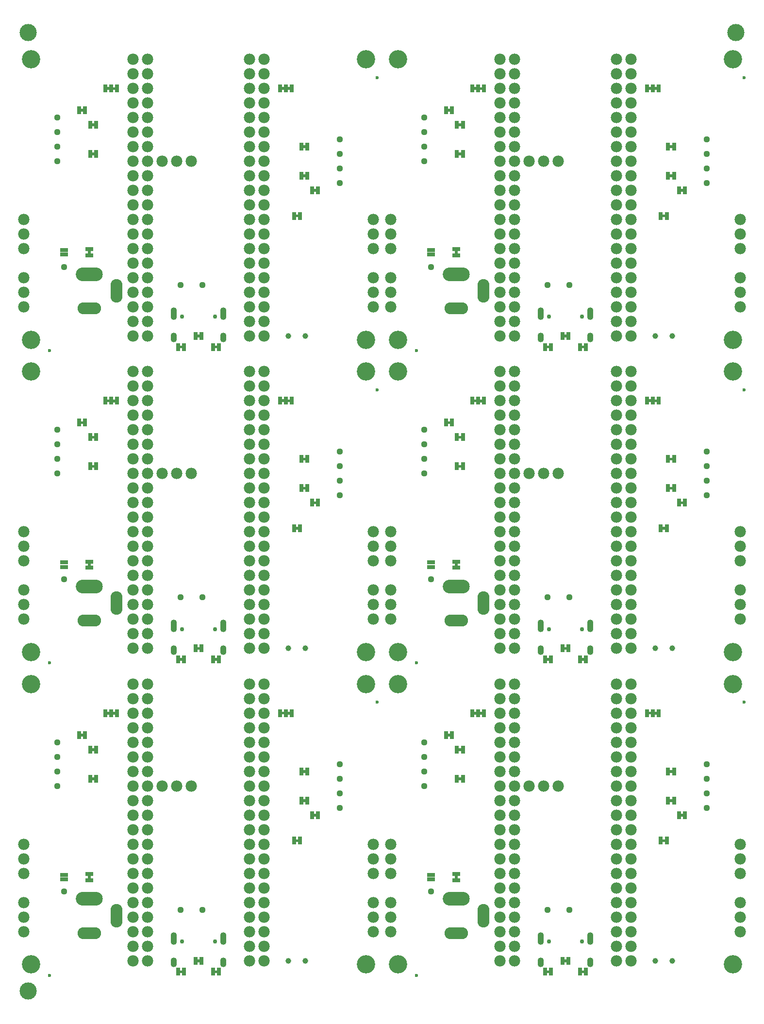
<source format=gbs>
%TF.GenerationSoftware,KiCad,Pcbnew,8.0.5*%
%TF.CreationDate,2024-12-18T16:51:18-07:00*%
%TF.ProjectId,SparkFun_XRP_Controller_panelized,53706172-6b46-4756-9e5f-5852505f436f,v20*%
%TF.SameCoordinates,Original*%
%TF.FileFunction,Soldermask,Bot*%
%TF.FilePolarity,Negative*%
%FSLAX46Y46*%
G04 Gerber Fmt 4.6, Leading zero omitted, Abs format (unit mm)*
G04 Created by KiCad (PCBNEW 8.0.5) date 2024-12-18 16:51:18*
%MOMM*%
%LPD*%
G01*
G04 APERTURE LIST*
G04 Aperture macros list*
%AMRoundRect*
0 Rectangle with rounded corners*
0 $1 Rounding radius*
0 $2 $3 $4 $5 $6 $7 $8 $9 X,Y pos of 4 corners*
0 Add a 4 corners polygon primitive as box body*
4,1,4,$2,$3,$4,$5,$6,$7,$8,$9,$2,$3,0*
0 Add four circle primitives for the rounded corners*
1,1,$1+$1,$2,$3*
1,1,$1+$1,$4,$5*
1,1,$1+$1,$6,$7*
1,1,$1+$1,$8,$9*
0 Add four rect primitives between the rounded corners*
20,1,$1+$1,$2,$3,$4,$5,0*
20,1,$1+$1,$4,$5,$6,$7,0*
20,1,$1+$1,$6,$7,$8,$9,0*
20,1,$1+$1,$8,$9,$2,$3,0*%
G04 Aperture macros list end*
%ADD10C,0.000000*%
%ADD11O,4.100000X2.100000*%
%ADD12O,2.100000X4.100000*%
%ADD13O,4.700000X2.400000*%
%ADD14C,3.200000*%
%ADD15C,1.000000*%
%ADD16C,1.979600*%
%ADD17C,0.750000*%
%ADD18O,1.100000X1.700000*%
%ADD19O,1.100000X2.200000*%
%ADD20C,0.600000*%
%ADD21RoundRect,0.558000X0.000010X0.000010X-0.000010X0.000010X-0.000010X-0.000010X0.000010X-0.000010X0*%
%ADD22RoundRect,0.050000X0.330200X0.635000X-0.330200X0.635000X-0.330200X-0.635000X0.330200X-0.635000X0*%
%ADD23RoundRect,0.050000X-0.330200X-0.635000X0.330200X-0.635000X0.330200X0.635000X-0.330200X0.635000X0*%
%ADD24C,3.000000*%
%ADD25RoundRect,0.050000X0.635000X-0.317500X0.635000X0.317500X-0.635000X0.317500X-0.635000X-0.317500X0*%
%ADD26RoundRect,0.050000X0.635000X-0.330200X0.635000X0.330200X-0.635000X0.330200X-0.635000X-0.330200X0*%
G04 APERTURE END LIST*
D10*
%TO.C,JP12*%
G36*
X50419000Y30874500D02*
G01*
X49911000Y30874500D01*
X49911000Y31355500D01*
X50419000Y31355500D01*
X50419000Y30874500D01*
G37*
G36*
X114419000Y30874500D02*
G01*
X113911000Y30874500D01*
X113911000Y31355500D01*
X114419000Y31355500D01*
X114419000Y30874500D01*
G37*
G36*
X114419000Y85349500D02*
G01*
X113911000Y85349500D01*
X113911000Y85830500D01*
X114419000Y85830500D01*
X114419000Y85349500D01*
G37*
G36*
X114419000Y139824500D02*
G01*
X113911000Y139824500D01*
X113911000Y140305500D01*
X114419000Y140305500D01*
X114419000Y139824500D01*
G37*
G36*
X50419000Y139824500D02*
G01*
X49911000Y139824500D01*
X49911000Y140305500D01*
X50419000Y140305500D01*
X50419000Y139824500D01*
G37*
G36*
X50419000Y85349500D02*
G01*
X49911000Y85349500D01*
X49911000Y85830500D01*
X50419000Y85830500D01*
X50419000Y85349500D01*
G37*
%TO.C,JP10*%
G36*
X13589000Y39764500D02*
G01*
X13081000Y39764500D01*
X13081000Y40245500D01*
X13589000Y40245500D01*
X13589000Y39764500D01*
G37*
G36*
X77589000Y39764500D02*
G01*
X77081000Y39764500D01*
X77081000Y40245500D01*
X77589000Y40245500D01*
X77589000Y39764500D01*
G37*
G36*
X13589000Y94239500D02*
G01*
X13081000Y94239500D01*
X13081000Y94720500D01*
X13589000Y94720500D01*
X13589000Y94239500D01*
G37*
G36*
X13589000Y148714500D02*
G01*
X13081000Y148714500D01*
X13081000Y149195500D01*
X13589000Y149195500D01*
X13589000Y148714500D01*
G37*
G36*
X77589000Y94239500D02*
G01*
X77081000Y94239500D01*
X77081000Y94720500D01*
X77589000Y94720500D01*
X77589000Y94239500D01*
G37*
G36*
X77589000Y148714500D02*
G01*
X77081000Y148714500D01*
X77081000Y149195500D01*
X77589000Y149195500D01*
X77589000Y148714500D01*
G37*
%TO.C,JP6*%
G36*
X46732000Y46137500D02*
G01*
X46224000Y46137500D01*
X46224000Y46618500D01*
X46732000Y46618500D01*
X46732000Y46137500D01*
G37*
G36*
X47764700Y46114500D02*
G01*
X47256700Y46114500D01*
X47256700Y46595500D01*
X47764700Y46595500D01*
X47764700Y46114500D01*
G37*
G36*
X110732000Y100612500D02*
G01*
X110224000Y100612500D01*
X110224000Y101093500D01*
X110732000Y101093500D01*
X110732000Y100612500D01*
G37*
G36*
X111764700Y100589500D02*
G01*
X111256700Y100589500D01*
X111256700Y101070500D01*
X111764700Y101070500D01*
X111764700Y100589500D01*
G37*
G36*
X46732000Y155087500D02*
G01*
X46224000Y155087500D01*
X46224000Y155568500D01*
X46732000Y155568500D01*
X46732000Y155087500D01*
G37*
G36*
X47764700Y155064500D02*
G01*
X47256700Y155064500D01*
X47256700Y155545500D01*
X47764700Y155545500D01*
X47764700Y155064500D01*
G37*
G36*
X46732000Y100612500D02*
G01*
X46224000Y100612500D01*
X46224000Y101093500D01*
X46732000Y101093500D01*
X46732000Y100612500D01*
G37*
G36*
X47764700Y100589500D02*
G01*
X47256700Y100589500D01*
X47256700Y101070500D01*
X47764700Y101070500D01*
X47764700Y100589500D01*
G37*
G36*
X110732000Y46137500D02*
G01*
X110224000Y46137500D01*
X110224000Y46618500D01*
X110732000Y46618500D01*
X110732000Y46137500D01*
G37*
G36*
X111764700Y46114500D02*
G01*
X111256700Y46114500D01*
X111256700Y46595500D01*
X111764700Y46595500D01*
X111764700Y46114500D01*
G37*
G36*
X110732000Y155087500D02*
G01*
X110224000Y155087500D01*
X110224000Y155568500D01*
X110732000Y155568500D01*
X110732000Y155087500D01*
G37*
G36*
X111764700Y155064500D02*
G01*
X111256700Y155064500D01*
X111256700Y155545500D01*
X111764700Y155545500D01*
X111764700Y155064500D01*
G37*
%TO.C,JP2*%
G36*
X35052000Y1029500D02*
G01*
X34544000Y1029500D01*
X34544000Y1510500D01*
X35052000Y1510500D01*
X35052000Y1029500D01*
G37*
G36*
X99052000Y1029500D02*
G01*
X98544000Y1029500D01*
X98544000Y1510500D01*
X99052000Y1510500D01*
X99052000Y1029500D01*
G37*
G36*
X35052000Y109979500D02*
G01*
X34544000Y109979500D01*
X34544000Y110460500D01*
X35052000Y110460500D01*
X35052000Y109979500D01*
G37*
G36*
X99052000Y55504500D02*
G01*
X98544000Y55504500D01*
X98544000Y55985500D01*
X99052000Y55985500D01*
X99052000Y55504500D01*
G37*
G36*
X99052000Y109979500D02*
G01*
X98544000Y109979500D01*
X98544000Y110460500D01*
X99052000Y110460500D01*
X99052000Y109979500D01*
G37*
G36*
X35052000Y55504500D02*
G01*
X34544000Y55504500D01*
X34544000Y55985500D01*
X35052000Y55985500D01*
X35052000Y55504500D01*
G37*
%TO.C,JP8*%
G36*
X11684000Y42304500D02*
G01*
X11176000Y42304500D01*
X11176000Y42785500D01*
X11684000Y42785500D01*
X11684000Y42304500D01*
G37*
G36*
X75684000Y151254500D02*
G01*
X75176000Y151254500D01*
X75176000Y151735500D01*
X75684000Y151735500D01*
X75684000Y151254500D01*
G37*
G36*
X11684000Y96779500D02*
G01*
X11176000Y96779500D01*
X11176000Y97260500D01*
X11684000Y97260500D01*
X11684000Y96779500D01*
G37*
G36*
X75684000Y96779500D02*
G01*
X75176000Y96779500D01*
X75176000Y97260500D01*
X75684000Y97260500D01*
X75684000Y96779500D01*
G37*
G36*
X11684000Y151254500D02*
G01*
X11176000Y151254500D01*
X11176000Y151735500D01*
X11684000Y151735500D01*
X11684000Y151254500D01*
G37*
G36*
X75684000Y42304500D02*
G01*
X75176000Y42304500D01*
X75176000Y42785500D01*
X75684000Y42785500D01*
X75684000Y42304500D01*
G37*
%TO.C,JP4*%
G36*
X49149000Y23889500D02*
G01*
X48641000Y23889500D01*
X48641000Y24370500D01*
X49149000Y24370500D01*
X49149000Y23889500D01*
G37*
G36*
X49149000Y78364500D02*
G01*
X48641000Y78364500D01*
X48641000Y78845500D01*
X49149000Y78845500D01*
X49149000Y78364500D01*
G37*
G36*
X49149000Y132839500D02*
G01*
X48641000Y132839500D01*
X48641000Y133320500D01*
X49149000Y133320500D01*
X49149000Y132839500D01*
G37*
G36*
X113149000Y23889500D02*
G01*
X112641000Y23889500D01*
X112641000Y24370500D01*
X113149000Y24370500D01*
X113149000Y23889500D01*
G37*
G36*
X113149000Y78364500D02*
G01*
X112641000Y78364500D01*
X112641000Y78845500D01*
X113149000Y78845500D01*
X113149000Y78364500D01*
G37*
G36*
X113149000Y132839500D02*
G01*
X112641000Y132839500D01*
X112641000Y133320500D01*
X113149000Y133320500D01*
X113149000Y132839500D01*
G37*
%TO.C,JP1*%
G36*
X28956000Y1029500D02*
G01*
X28448000Y1029500D01*
X28448000Y1510500D01*
X28956000Y1510500D01*
X28956000Y1029500D01*
G37*
G36*
X92956000Y1029500D02*
G01*
X92448000Y1029500D01*
X92448000Y1510500D01*
X92956000Y1510500D01*
X92956000Y1029500D01*
G37*
G36*
X28956000Y55504500D02*
G01*
X28448000Y55504500D01*
X28448000Y55985500D01*
X28956000Y55985500D01*
X28956000Y55504500D01*
G37*
G36*
X92956000Y55504500D02*
G01*
X92448000Y55504500D01*
X92448000Y55985500D01*
X92956000Y55985500D01*
X92956000Y55504500D01*
G37*
G36*
X28956000Y109979500D02*
G01*
X28448000Y109979500D01*
X28448000Y110460500D01*
X28956000Y110460500D01*
X28956000Y109979500D01*
G37*
G36*
X92956000Y109979500D02*
G01*
X92448000Y109979500D01*
X92448000Y110460500D01*
X92956000Y110460500D01*
X92956000Y109979500D01*
G37*
%TO.C,JP13*%
G36*
X50419000Y35954500D02*
G01*
X49911000Y35954500D01*
X49911000Y36435500D01*
X50419000Y36435500D01*
X50419000Y35954500D01*
G37*
G36*
X50419000Y144904500D02*
G01*
X49911000Y144904500D01*
X49911000Y145385500D01*
X50419000Y145385500D01*
X50419000Y144904500D01*
G37*
G36*
X114419000Y35954500D02*
G01*
X113911000Y35954500D01*
X113911000Y36435500D01*
X114419000Y36435500D01*
X114419000Y35954500D01*
G37*
G36*
X114419000Y90429500D02*
G01*
X113911000Y90429500D01*
X113911000Y90910500D01*
X114419000Y90910500D01*
X114419000Y90429500D01*
G37*
G36*
X50419000Y90429500D02*
G01*
X49911000Y90429500D01*
X49911000Y90910500D01*
X50419000Y90910500D01*
X50419000Y90429500D01*
G37*
G36*
X114419000Y144904500D02*
G01*
X113911000Y144904500D01*
X113911000Y145385500D01*
X114419000Y145385500D01*
X114419000Y144904500D01*
G37*
%TO.C,JP7*%
G36*
X32004000Y2934500D02*
G01*
X31496000Y2934500D01*
X31496000Y3415500D01*
X32004000Y3415500D01*
X32004000Y2934500D01*
G37*
G36*
X32004000Y57409500D02*
G01*
X31496000Y57409500D01*
X31496000Y57890500D01*
X32004000Y57890500D01*
X32004000Y57409500D01*
G37*
G36*
X32004000Y111884500D02*
G01*
X31496000Y111884500D01*
X31496000Y112365500D01*
X32004000Y112365500D01*
X32004000Y111884500D01*
G37*
G36*
X96004000Y2934500D02*
G01*
X95496000Y2934500D01*
X95496000Y3415500D01*
X96004000Y3415500D01*
X96004000Y2934500D01*
G37*
G36*
X96004000Y57409500D02*
G01*
X95496000Y57409500D01*
X95496000Y57890500D01*
X96004000Y57890500D01*
X96004000Y57409500D01*
G37*
G36*
X96004000Y111884500D02*
G01*
X95496000Y111884500D01*
X95496000Y112365500D01*
X96004000Y112365500D01*
X96004000Y111884500D01*
G37*
%TO.C,JP5*%
G36*
X16243300Y46114500D02*
G01*
X15735300Y46114500D01*
X15735300Y46595500D01*
X16243300Y46595500D01*
X16243300Y46114500D01*
G37*
G36*
X17276000Y46091500D02*
G01*
X16768000Y46091500D01*
X16768000Y46572500D01*
X17276000Y46572500D01*
X17276000Y46091500D01*
G37*
G36*
X16243300Y100589500D02*
G01*
X15735300Y100589500D01*
X15735300Y101070500D01*
X16243300Y101070500D01*
X16243300Y100589500D01*
G37*
G36*
X17276000Y100566500D02*
G01*
X16768000Y100566500D01*
X16768000Y101047500D01*
X17276000Y101047500D01*
X17276000Y100566500D01*
G37*
G36*
X80243300Y100589500D02*
G01*
X79735300Y100589500D01*
X79735300Y101070500D01*
X80243300Y101070500D01*
X80243300Y100589500D01*
G37*
G36*
X81276000Y100566500D02*
G01*
X80768000Y100566500D01*
X80768000Y101047500D01*
X81276000Y101047500D01*
X81276000Y100566500D01*
G37*
G36*
X16243300Y155064500D02*
G01*
X15735300Y155064500D01*
X15735300Y155545500D01*
X16243300Y155545500D01*
X16243300Y155064500D01*
G37*
G36*
X17276000Y155041500D02*
G01*
X16768000Y155041500D01*
X16768000Y155522500D01*
X17276000Y155522500D01*
X17276000Y155041500D01*
G37*
G36*
X80243300Y46114500D02*
G01*
X79735300Y46114500D01*
X79735300Y46595500D01*
X80243300Y46595500D01*
X80243300Y46114500D01*
G37*
G36*
X81276000Y46091500D02*
G01*
X80768000Y46091500D01*
X80768000Y46572500D01*
X81276000Y46572500D01*
X81276000Y46091500D01*
G37*
G36*
X80243300Y155064500D02*
G01*
X79735300Y155064500D01*
X79735300Y155545500D01*
X80243300Y155545500D01*
X80243300Y155064500D01*
G37*
G36*
X81276000Y155041500D02*
G01*
X80768000Y155041500D01*
X80768000Y155522500D01*
X81276000Y155522500D01*
X81276000Y155041500D01*
G37*
%TO.C,JP9*%
G36*
X52324000Y28334500D02*
G01*
X51816000Y28334500D01*
X51816000Y28815500D01*
X52324000Y28815500D01*
X52324000Y28334500D01*
G37*
G36*
X52324000Y137284500D02*
G01*
X51816000Y137284500D01*
X51816000Y137765500D01*
X52324000Y137765500D01*
X52324000Y137284500D01*
G37*
G36*
X116324000Y28334500D02*
G01*
X115816000Y28334500D01*
X115816000Y28815500D01*
X116324000Y28815500D01*
X116324000Y28334500D01*
G37*
G36*
X116324000Y82809500D02*
G01*
X115816000Y82809500D01*
X115816000Y83290500D01*
X116324000Y83290500D01*
X116324000Y82809500D01*
G37*
G36*
X52324000Y82809500D02*
G01*
X51816000Y82809500D01*
X51816000Y83290500D01*
X52324000Y83290500D01*
X52324000Y82809500D01*
G37*
G36*
X116324000Y137284500D02*
G01*
X115816000Y137284500D01*
X115816000Y137765500D01*
X116324000Y137765500D01*
X116324000Y137284500D01*
G37*
%TO.C,JP14*%
G36*
X12940500Y17526000D02*
G01*
X12459500Y17526000D01*
X12459500Y18034000D01*
X12940500Y18034000D01*
X12940500Y17526000D01*
G37*
G36*
X76940500Y17526000D02*
G01*
X76459500Y17526000D01*
X76459500Y18034000D01*
X76940500Y18034000D01*
X76940500Y17526000D01*
G37*
G36*
X76940500Y126476000D02*
G01*
X76459500Y126476000D01*
X76459500Y126984000D01*
X76940500Y126984000D01*
X76940500Y126476000D01*
G37*
G36*
X12940500Y72001000D02*
G01*
X12459500Y72001000D01*
X12459500Y72509000D01*
X12940500Y72509000D01*
X12940500Y72001000D01*
G37*
G36*
X12940500Y126476000D02*
G01*
X12459500Y126476000D01*
X12459500Y126984000D01*
X12940500Y126984000D01*
X12940500Y126476000D01*
G37*
G36*
X76940500Y72001000D02*
G01*
X76459500Y72001000D01*
X76459500Y72509000D01*
X76940500Y72509000D01*
X76940500Y72001000D01*
G37*
%TO.C,JP11*%
G36*
X13589000Y34684500D02*
G01*
X13081000Y34684500D01*
X13081000Y35165500D01*
X13589000Y35165500D01*
X13589000Y34684500D01*
G37*
G36*
X77589000Y89159500D02*
G01*
X77081000Y89159500D01*
X77081000Y89640500D01*
X77589000Y89640500D01*
X77589000Y89159500D01*
G37*
G36*
X13589000Y89159500D02*
G01*
X13081000Y89159500D01*
X13081000Y89640500D01*
X13589000Y89640500D01*
X13589000Y89159500D01*
G37*
G36*
X13589000Y143634500D02*
G01*
X13081000Y143634500D01*
X13081000Y144115500D01*
X13589000Y144115500D01*
X13589000Y143634500D01*
G37*
G36*
X77589000Y34684500D02*
G01*
X77081000Y34684500D01*
X77081000Y35165500D01*
X77589000Y35165500D01*
X77589000Y34684500D01*
G37*
G36*
X77589000Y143634500D02*
G01*
X77081000Y143634500D01*
X77081000Y144115500D01*
X77589000Y144115500D01*
X77589000Y143634500D01*
G37*
%TD*%
D11*
%TO.C,J1*%
X12700000Y8001000D03*
D12*
X17399000Y11049000D03*
D13*
X12700000Y13970000D03*
%TD*%
D11*
%TO.C,J1*%
X76700000Y62476000D03*
D12*
X81399000Y65524000D03*
D13*
X76700000Y68445000D03*
%TD*%
D11*
%TO.C,J1*%
X76700000Y116951000D03*
D12*
X81399000Y119999000D03*
D13*
X76700000Y122920000D03*
%TD*%
D11*
%TO.C,J1*%
X12700000Y62476000D03*
D12*
X17399000Y65524000D03*
D13*
X12700000Y68445000D03*
%TD*%
D11*
%TO.C,J1*%
X12700000Y116951000D03*
D12*
X17399000Y119999000D03*
D13*
X12700000Y122920000D03*
%TD*%
D11*
%TO.C,J1*%
X76700000Y8001000D03*
D12*
X81399000Y11049000D03*
D13*
X76700000Y13970000D03*
%TD*%
D14*
%TO.C,ST4*%
X60960000Y2540000D03*
%TD*%
%TO.C,ST4*%
X60960000Y57015000D03*
%TD*%
%TO.C,ST4*%
X124960000Y2540000D03*
%TD*%
%TO.C,ST4*%
X124960000Y111490000D03*
%TD*%
%TO.C,ST4*%
X60960000Y111490000D03*
%TD*%
%TO.C,ST4*%
X124960000Y57015000D03*
%TD*%
D15*
%TO.C,SW1*%
X50395000Y3175000D03*
X47395000Y3175000D03*
%TD*%
%TO.C,SW1*%
X50395000Y112125000D03*
X47395000Y112125000D03*
%TD*%
%TO.C,SW1*%
X114395000Y3175000D03*
X111395000Y3175000D03*
%TD*%
%TO.C,SW1*%
X114395000Y57650000D03*
X111395000Y57650000D03*
%TD*%
%TO.C,SW1*%
X114395000Y112125000D03*
X111395000Y112125000D03*
%TD*%
%TO.C,SW1*%
X50395000Y57650000D03*
X47395000Y57650000D03*
%TD*%
D16*
%TO.C,J6*%
X22860000Y3175000D03*
X22860000Y5715000D03*
X22860000Y8255000D03*
X22860000Y10795000D03*
X22860000Y13335000D03*
X22860000Y15875000D03*
X22860000Y18415000D03*
X22860000Y20955000D03*
X22860000Y23495000D03*
X22860000Y26035000D03*
X22860000Y28575000D03*
X22860000Y31115000D03*
X22860000Y33655000D03*
X22860000Y36195000D03*
X22860000Y38735000D03*
X22860000Y41275000D03*
X22860000Y43815000D03*
X22860000Y46355000D03*
X22860000Y48895000D03*
X22860000Y51435000D03*
%TD*%
%TO.C,J6*%
X22860000Y112125000D03*
X22860000Y114665000D03*
X22860000Y117205000D03*
X22860000Y119745000D03*
X22860000Y122285000D03*
X22860000Y124825000D03*
X22860000Y127365000D03*
X22860000Y129905000D03*
X22860000Y132445000D03*
X22860000Y134985000D03*
X22860000Y137525000D03*
X22860000Y140065000D03*
X22860000Y142605000D03*
X22860000Y145145000D03*
X22860000Y147685000D03*
X22860000Y150225000D03*
X22860000Y152765000D03*
X22860000Y155305000D03*
X22860000Y157845000D03*
X22860000Y160385000D03*
%TD*%
%TO.C,J6*%
X86860000Y112125000D03*
X86860000Y114665000D03*
X86860000Y117205000D03*
X86860000Y119745000D03*
X86860000Y122285000D03*
X86860000Y124825000D03*
X86860000Y127365000D03*
X86860000Y129905000D03*
X86860000Y132445000D03*
X86860000Y134985000D03*
X86860000Y137525000D03*
X86860000Y140065000D03*
X86860000Y142605000D03*
X86860000Y145145000D03*
X86860000Y147685000D03*
X86860000Y150225000D03*
X86860000Y152765000D03*
X86860000Y155305000D03*
X86860000Y157845000D03*
X86860000Y160385000D03*
%TD*%
%TO.C,J6*%
X86860000Y3175000D03*
X86860000Y5715000D03*
X86860000Y8255000D03*
X86860000Y10795000D03*
X86860000Y13335000D03*
X86860000Y15875000D03*
X86860000Y18415000D03*
X86860000Y20955000D03*
X86860000Y23495000D03*
X86860000Y26035000D03*
X86860000Y28575000D03*
X86860000Y31115000D03*
X86860000Y33655000D03*
X86860000Y36195000D03*
X86860000Y38735000D03*
X86860000Y41275000D03*
X86860000Y43815000D03*
X86860000Y46355000D03*
X86860000Y48895000D03*
X86860000Y51435000D03*
%TD*%
%TO.C,J6*%
X22860000Y57650000D03*
X22860000Y60190000D03*
X22860000Y62730000D03*
X22860000Y65270000D03*
X22860000Y67810000D03*
X22860000Y70350000D03*
X22860000Y72890000D03*
X22860000Y75430000D03*
X22860000Y77970000D03*
X22860000Y80510000D03*
X22860000Y83050000D03*
X22860000Y85590000D03*
X22860000Y88130000D03*
X22860000Y90670000D03*
X22860000Y93210000D03*
X22860000Y95750000D03*
X22860000Y98290000D03*
X22860000Y100830000D03*
X22860000Y103370000D03*
X22860000Y105910000D03*
%TD*%
%TO.C,J6*%
X86860000Y57650000D03*
X86860000Y60190000D03*
X86860000Y62730000D03*
X86860000Y65270000D03*
X86860000Y67810000D03*
X86860000Y70350000D03*
X86860000Y72890000D03*
X86860000Y75430000D03*
X86860000Y77970000D03*
X86860000Y80510000D03*
X86860000Y83050000D03*
X86860000Y85590000D03*
X86860000Y88130000D03*
X86860000Y90670000D03*
X86860000Y93210000D03*
X86860000Y95750000D03*
X86860000Y98290000D03*
X86860000Y100830000D03*
X86860000Y103370000D03*
X86860000Y105910000D03*
%TD*%
%TO.C,J9*%
X62230000Y18415000D03*
X62230000Y20955000D03*
X62230000Y23495000D03*
%TD*%
%TO.C,J9*%
X62230000Y127365000D03*
X62230000Y129905000D03*
X62230000Y132445000D03*
%TD*%
%TO.C,J9*%
X62230000Y72890000D03*
X62230000Y75430000D03*
X62230000Y77970000D03*
%TD*%
%TO.C,J9*%
X126230000Y127365000D03*
X126230000Y129905000D03*
X126230000Y132445000D03*
%TD*%
%TO.C,J9*%
X126230000Y18415000D03*
X126230000Y20955000D03*
X126230000Y23495000D03*
%TD*%
%TO.C,J9*%
X126230000Y72890000D03*
X126230000Y75430000D03*
X126230000Y77970000D03*
%TD*%
D14*
%TO.C,ST3*%
X60960000Y51435000D03*
%TD*%
%TO.C,ST3*%
X60960000Y105910000D03*
%TD*%
%TO.C,ST3*%
X60960000Y160385000D03*
%TD*%
%TO.C,ST3*%
X124960000Y105910000D03*
%TD*%
%TO.C,ST3*%
X124960000Y51435000D03*
%TD*%
%TO.C,ST3*%
X124960000Y160385000D03*
%TD*%
D16*
%TO.C,J3*%
X30480000Y33655000D03*
X27940000Y33655000D03*
X25400000Y33655000D03*
%TD*%
%TO.C,J3*%
X30480000Y88130000D03*
X27940000Y88130000D03*
X25400000Y88130000D03*
%TD*%
%TO.C,J3*%
X94480000Y33655000D03*
X91940000Y33655000D03*
X89400000Y33655000D03*
%TD*%
%TO.C,J3*%
X30480000Y142605000D03*
X27940000Y142605000D03*
X25400000Y142605000D03*
%TD*%
%TO.C,J3*%
X94480000Y88130000D03*
X91940000Y88130000D03*
X89400000Y88130000D03*
%TD*%
%TO.C,J3*%
X94480000Y142605000D03*
X91940000Y142605000D03*
X89400000Y142605000D03*
%TD*%
D17*
%TO.C,J2*%
X28860000Y6556000D03*
X34640000Y6556000D03*
D18*
X27432000Y2906000D03*
D19*
X27432000Y7086000D03*
X36068000Y7086000D03*
D18*
X36068000Y2906000D03*
%TD*%
D17*
%TO.C,J2*%
X92860000Y61031000D03*
X98640000Y61031000D03*
D18*
X91432000Y57381000D03*
D19*
X91432000Y61561000D03*
X100068000Y61561000D03*
D18*
X100068000Y57381000D03*
%TD*%
D17*
%TO.C,J2*%
X28860000Y61031000D03*
X34640000Y61031000D03*
D18*
X27432000Y57381000D03*
D19*
X27432000Y61561000D03*
X36068000Y61561000D03*
D18*
X36068000Y57381000D03*
%TD*%
D17*
%TO.C,J2*%
X28860000Y115506000D03*
X34640000Y115506000D03*
D18*
X27432000Y111856000D03*
D19*
X27432000Y116036000D03*
X36068000Y116036000D03*
D18*
X36068000Y111856000D03*
%TD*%
D17*
%TO.C,J2*%
X92860000Y6556000D03*
X98640000Y6556000D03*
D18*
X91432000Y2906000D03*
D19*
X91432000Y7086000D03*
X100068000Y7086000D03*
D18*
X100068000Y2906000D03*
%TD*%
D17*
%TO.C,J2*%
X92860000Y115506000D03*
X98640000Y115506000D03*
D18*
X91432000Y111856000D03*
D19*
X91432000Y116036000D03*
X100068000Y116036000D03*
D18*
X100068000Y111856000D03*
%TD*%
D16*
%TO.C,J11*%
X62230000Y8255000D03*
X62230000Y10795000D03*
X62230000Y13335000D03*
%TD*%
%TO.C,J11*%
X126230000Y117205000D03*
X126230000Y119745000D03*
X126230000Y122285000D03*
%TD*%
%TO.C,J11*%
X62230000Y62730000D03*
X62230000Y65270000D03*
X62230000Y67810000D03*
%TD*%
%TO.C,J11*%
X126230000Y8255000D03*
X126230000Y10795000D03*
X126230000Y13335000D03*
%TD*%
%TO.C,J11*%
X126230000Y62730000D03*
X126230000Y65270000D03*
X126230000Y67810000D03*
%TD*%
%TO.C,J11*%
X62230000Y117205000D03*
X62230000Y119745000D03*
X62230000Y122285000D03*
%TD*%
%TO.C,J4*%
X43180000Y3175000D03*
X43180000Y5715000D03*
X43180000Y8255000D03*
X43180000Y10795000D03*
X43180000Y13335000D03*
X43180000Y15875000D03*
X43180000Y18415000D03*
X43180000Y20955000D03*
X43180000Y23495000D03*
X43180000Y26035000D03*
X43180000Y28575000D03*
X43180000Y31115000D03*
X43180000Y33655000D03*
X43180000Y36195000D03*
X43180000Y38735000D03*
X43180000Y41275000D03*
X43180000Y43815000D03*
X43180000Y46355000D03*
X43180000Y48895000D03*
X43180000Y51435000D03*
%TD*%
%TO.C,J4*%
X107180000Y112125000D03*
X107180000Y114665000D03*
X107180000Y117205000D03*
X107180000Y119745000D03*
X107180000Y122285000D03*
X107180000Y124825000D03*
X107180000Y127365000D03*
X107180000Y129905000D03*
X107180000Y132445000D03*
X107180000Y134985000D03*
X107180000Y137525000D03*
X107180000Y140065000D03*
X107180000Y142605000D03*
X107180000Y145145000D03*
X107180000Y147685000D03*
X107180000Y150225000D03*
X107180000Y152765000D03*
X107180000Y155305000D03*
X107180000Y157845000D03*
X107180000Y160385000D03*
%TD*%
%TO.C,J4*%
X43180000Y57650000D03*
X43180000Y60190000D03*
X43180000Y62730000D03*
X43180000Y65270000D03*
X43180000Y67810000D03*
X43180000Y70350000D03*
X43180000Y72890000D03*
X43180000Y75430000D03*
X43180000Y77970000D03*
X43180000Y80510000D03*
X43180000Y83050000D03*
X43180000Y85590000D03*
X43180000Y88130000D03*
X43180000Y90670000D03*
X43180000Y93210000D03*
X43180000Y95750000D03*
X43180000Y98290000D03*
X43180000Y100830000D03*
X43180000Y103370000D03*
X43180000Y105910000D03*
%TD*%
%TO.C,J4*%
X43180000Y112125000D03*
X43180000Y114665000D03*
X43180000Y117205000D03*
X43180000Y119745000D03*
X43180000Y122285000D03*
X43180000Y124825000D03*
X43180000Y127365000D03*
X43180000Y129905000D03*
X43180000Y132445000D03*
X43180000Y134985000D03*
X43180000Y137525000D03*
X43180000Y140065000D03*
X43180000Y142605000D03*
X43180000Y145145000D03*
X43180000Y147685000D03*
X43180000Y150225000D03*
X43180000Y152765000D03*
X43180000Y155305000D03*
X43180000Y157845000D03*
X43180000Y160385000D03*
%TD*%
%TO.C,J4*%
X107180000Y57650000D03*
X107180000Y60190000D03*
X107180000Y62730000D03*
X107180000Y65270000D03*
X107180000Y67810000D03*
X107180000Y70350000D03*
X107180000Y72890000D03*
X107180000Y75430000D03*
X107180000Y77970000D03*
X107180000Y80510000D03*
X107180000Y83050000D03*
X107180000Y85590000D03*
X107180000Y88130000D03*
X107180000Y90670000D03*
X107180000Y93210000D03*
X107180000Y95750000D03*
X107180000Y98290000D03*
X107180000Y100830000D03*
X107180000Y103370000D03*
X107180000Y105910000D03*
%TD*%
%TO.C,J4*%
X107180000Y3175000D03*
X107180000Y5715000D03*
X107180000Y8255000D03*
X107180000Y10795000D03*
X107180000Y13335000D03*
X107180000Y15875000D03*
X107180000Y18415000D03*
X107180000Y20955000D03*
X107180000Y23495000D03*
X107180000Y26035000D03*
X107180000Y28575000D03*
X107180000Y31115000D03*
X107180000Y33655000D03*
X107180000Y36195000D03*
X107180000Y38735000D03*
X107180000Y41275000D03*
X107180000Y43815000D03*
X107180000Y46355000D03*
X107180000Y48895000D03*
X107180000Y51435000D03*
%TD*%
%TO.C,J8*%
X1270000Y18415000D03*
X1270000Y20955000D03*
X1270000Y23495000D03*
%TD*%
%TO.C,J8*%
X65270000Y72890000D03*
X65270000Y75430000D03*
X65270000Y77970000D03*
%TD*%
%TO.C,J8*%
X1270000Y72890000D03*
X1270000Y75430000D03*
X1270000Y77970000D03*
%TD*%
%TO.C,J8*%
X65270000Y127365000D03*
X65270000Y129905000D03*
X65270000Y132445000D03*
%TD*%
%TO.C,J8*%
X65270000Y18415000D03*
X65270000Y20955000D03*
X65270000Y23495000D03*
%TD*%
%TO.C,J8*%
X1270000Y127365000D03*
X1270000Y129905000D03*
X1270000Y132445000D03*
%TD*%
%TO.C,J10*%
X1270000Y8255000D03*
X1270000Y10795000D03*
X1270000Y13335000D03*
%TD*%
%TO.C,J10*%
X65270000Y117205000D03*
X65270000Y119745000D03*
X65270000Y122285000D03*
%TD*%
%TO.C,J10*%
X65270000Y8255000D03*
X65270000Y10795000D03*
X65270000Y13335000D03*
%TD*%
%TO.C,J10*%
X1270000Y117205000D03*
X1270000Y119745000D03*
X1270000Y122285000D03*
%TD*%
%TO.C,J10*%
X65270000Y62730000D03*
X65270000Y65270000D03*
X65270000Y67810000D03*
%TD*%
%TO.C,J10*%
X1270000Y62730000D03*
X1270000Y65270000D03*
X1270000Y67810000D03*
%TD*%
%TO.C,J5*%
X40640000Y3175000D03*
X40640000Y5715000D03*
X40640000Y8255000D03*
X40640000Y10795000D03*
X40640000Y13335000D03*
X40640000Y15875000D03*
X40640000Y18415000D03*
X40640000Y20955000D03*
X40640000Y23495000D03*
X40640000Y26035000D03*
X40640000Y28575000D03*
X40640000Y31115000D03*
X40640000Y33655000D03*
X40640000Y36195000D03*
X40640000Y38735000D03*
X40640000Y41275000D03*
X40640000Y43815000D03*
X40640000Y46355000D03*
X40640000Y48895000D03*
X40640000Y51435000D03*
%TD*%
%TO.C,J5*%
X40640000Y57650000D03*
X40640000Y60190000D03*
X40640000Y62730000D03*
X40640000Y65270000D03*
X40640000Y67810000D03*
X40640000Y70350000D03*
X40640000Y72890000D03*
X40640000Y75430000D03*
X40640000Y77970000D03*
X40640000Y80510000D03*
X40640000Y83050000D03*
X40640000Y85590000D03*
X40640000Y88130000D03*
X40640000Y90670000D03*
X40640000Y93210000D03*
X40640000Y95750000D03*
X40640000Y98290000D03*
X40640000Y100830000D03*
X40640000Y103370000D03*
X40640000Y105910000D03*
%TD*%
%TO.C,J5*%
X104640000Y57650000D03*
X104640000Y60190000D03*
X104640000Y62730000D03*
X104640000Y65270000D03*
X104640000Y67810000D03*
X104640000Y70350000D03*
X104640000Y72890000D03*
X104640000Y75430000D03*
X104640000Y77970000D03*
X104640000Y80510000D03*
X104640000Y83050000D03*
X104640000Y85590000D03*
X104640000Y88130000D03*
X104640000Y90670000D03*
X104640000Y93210000D03*
X104640000Y95750000D03*
X104640000Y98290000D03*
X104640000Y100830000D03*
X104640000Y103370000D03*
X104640000Y105910000D03*
%TD*%
%TO.C,J5*%
X104640000Y3175000D03*
X104640000Y5715000D03*
X104640000Y8255000D03*
X104640000Y10795000D03*
X104640000Y13335000D03*
X104640000Y15875000D03*
X104640000Y18415000D03*
X104640000Y20955000D03*
X104640000Y23495000D03*
X104640000Y26035000D03*
X104640000Y28575000D03*
X104640000Y31115000D03*
X104640000Y33655000D03*
X104640000Y36195000D03*
X104640000Y38735000D03*
X104640000Y41275000D03*
X104640000Y43815000D03*
X104640000Y46355000D03*
X104640000Y48895000D03*
X104640000Y51435000D03*
%TD*%
%TO.C,J5*%
X40640000Y112125000D03*
X40640000Y114665000D03*
X40640000Y117205000D03*
X40640000Y119745000D03*
X40640000Y122285000D03*
X40640000Y124825000D03*
X40640000Y127365000D03*
X40640000Y129905000D03*
X40640000Y132445000D03*
X40640000Y134985000D03*
X40640000Y137525000D03*
X40640000Y140065000D03*
X40640000Y142605000D03*
X40640000Y145145000D03*
X40640000Y147685000D03*
X40640000Y150225000D03*
X40640000Y152765000D03*
X40640000Y155305000D03*
X40640000Y157845000D03*
X40640000Y160385000D03*
%TD*%
%TO.C,J5*%
X104640000Y112125000D03*
X104640000Y114665000D03*
X104640000Y117205000D03*
X104640000Y119745000D03*
X104640000Y122285000D03*
X104640000Y124825000D03*
X104640000Y127365000D03*
X104640000Y129905000D03*
X104640000Y132445000D03*
X104640000Y134985000D03*
X104640000Y137525000D03*
X104640000Y140065000D03*
X104640000Y142605000D03*
X104640000Y145145000D03*
X104640000Y147685000D03*
X104640000Y150225000D03*
X104640000Y152765000D03*
X104640000Y155305000D03*
X104640000Y157845000D03*
X104640000Y160385000D03*
%TD*%
D14*
%TO.C,ST1*%
X2540000Y51435000D03*
%TD*%
%TO.C,ST1*%
X2540000Y105910000D03*
%TD*%
%TO.C,ST1*%
X2540000Y160385000D03*
%TD*%
%TO.C,ST1*%
X66540000Y160385000D03*
%TD*%
%TO.C,ST1*%
X66540000Y105910000D03*
%TD*%
%TO.C,ST1*%
X66540000Y51435000D03*
%TD*%
D16*
%TO.C,J7*%
X20320000Y3175000D03*
X20320000Y5715000D03*
X20320000Y8255000D03*
X20320000Y10795000D03*
X20320000Y13335000D03*
X20320000Y15875000D03*
X20320000Y18415000D03*
X20320000Y20955000D03*
X20320000Y23495000D03*
X20320000Y26035000D03*
X20320000Y28575000D03*
X20320000Y31115000D03*
X20320000Y33655000D03*
X20320000Y36195000D03*
X20320000Y38735000D03*
X20320000Y41275000D03*
X20320000Y43815000D03*
X20320000Y46355000D03*
X20320000Y48895000D03*
X20320000Y51435000D03*
%TD*%
%TO.C,J7*%
X20320000Y112125000D03*
X20320000Y114665000D03*
X20320000Y117205000D03*
X20320000Y119745000D03*
X20320000Y122285000D03*
X20320000Y124825000D03*
X20320000Y127365000D03*
X20320000Y129905000D03*
X20320000Y132445000D03*
X20320000Y134985000D03*
X20320000Y137525000D03*
X20320000Y140065000D03*
X20320000Y142605000D03*
X20320000Y145145000D03*
X20320000Y147685000D03*
X20320000Y150225000D03*
X20320000Y152765000D03*
X20320000Y155305000D03*
X20320000Y157845000D03*
X20320000Y160385000D03*
%TD*%
%TO.C,J7*%
X20320000Y57650000D03*
X20320000Y60190000D03*
X20320000Y62730000D03*
X20320000Y65270000D03*
X20320000Y67810000D03*
X20320000Y70350000D03*
X20320000Y72890000D03*
X20320000Y75430000D03*
X20320000Y77970000D03*
X20320000Y80510000D03*
X20320000Y83050000D03*
X20320000Y85590000D03*
X20320000Y88130000D03*
X20320000Y90670000D03*
X20320000Y93210000D03*
X20320000Y95750000D03*
X20320000Y98290000D03*
X20320000Y100830000D03*
X20320000Y103370000D03*
X20320000Y105910000D03*
%TD*%
%TO.C,J7*%
X84320000Y3175000D03*
X84320000Y5715000D03*
X84320000Y8255000D03*
X84320000Y10795000D03*
X84320000Y13335000D03*
X84320000Y15875000D03*
X84320000Y18415000D03*
X84320000Y20955000D03*
X84320000Y23495000D03*
X84320000Y26035000D03*
X84320000Y28575000D03*
X84320000Y31115000D03*
X84320000Y33655000D03*
X84320000Y36195000D03*
X84320000Y38735000D03*
X84320000Y41275000D03*
X84320000Y43815000D03*
X84320000Y46355000D03*
X84320000Y48895000D03*
X84320000Y51435000D03*
%TD*%
%TO.C,J7*%
X84320000Y57650000D03*
X84320000Y60190000D03*
X84320000Y62730000D03*
X84320000Y65270000D03*
X84320000Y67810000D03*
X84320000Y70350000D03*
X84320000Y72890000D03*
X84320000Y75430000D03*
X84320000Y77970000D03*
X84320000Y80510000D03*
X84320000Y83050000D03*
X84320000Y85590000D03*
X84320000Y88130000D03*
X84320000Y90670000D03*
X84320000Y93210000D03*
X84320000Y95750000D03*
X84320000Y98290000D03*
X84320000Y100830000D03*
X84320000Y103370000D03*
X84320000Y105910000D03*
%TD*%
%TO.C,J7*%
X84320000Y112125000D03*
X84320000Y114665000D03*
X84320000Y117205000D03*
X84320000Y119745000D03*
X84320000Y122285000D03*
X84320000Y124825000D03*
X84320000Y127365000D03*
X84320000Y129905000D03*
X84320000Y132445000D03*
X84320000Y134985000D03*
X84320000Y137525000D03*
X84320000Y140065000D03*
X84320000Y142605000D03*
X84320000Y145145000D03*
X84320000Y147685000D03*
X84320000Y150225000D03*
X84320000Y152765000D03*
X84320000Y155305000D03*
X84320000Y157845000D03*
X84320000Y160385000D03*
%TD*%
D14*
%TO.C,ST2*%
X2540000Y2540000D03*
%TD*%
%TO.C,ST2*%
X2540000Y57015000D03*
%TD*%
%TO.C,ST2*%
X2540000Y111490000D03*
%TD*%
%TO.C,ST2*%
X66540000Y111490000D03*
%TD*%
%TO.C,ST2*%
X66540000Y57015000D03*
%TD*%
%TO.C,ST2*%
X66540000Y2540000D03*
%TD*%
D20*
%TO.C,FID3*%
X5715000Y635000D03*
%TD*%
%TO.C,FID3*%
X69715000Y109585000D03*
%TD*%
%TO.C,FID3*%
X69715000Y55110000D03*
%TD*%
%TO.C,FID3*%
X5715000Y55110000D03*
%TD*%
%TO.C,FID3*%
X5715000Y109585000D03*
%TD*%
%TO.C,FID3*%
X69715000Y635000D03*
%TD*%
D21*
%TO.C,TP12*%
X56388000Y34925000D03*
%TD*%
%TO.C,TP12*%
X56388000Y89400000D03*
%TD*%
%TO.C,TP12*%
X56388000Y143875000D03*
%TD*%
%TO.C,TP12*%
X120388000Y143875000D03*
%TD*%
%TO.C,TP12*%
X120388000Y34925000D03*
%TD*%
%TO.C,TP12*%
X120388000Y89400000D03*
%TD*%
D22*
%TO.C,JP12*%
X50685700Y31115000D03*
X49644300Y31115000D03*
%TD*%
%TO.C,JP12*%
X114685700Y31115000D03*
X113644300Y31115000D03*
%TD*%
%TO.C,JP12*%
X114685700Y85590000D03*
X113644300Y85590000D03*
%TD*%
%TO.C,JP12*%
X114685700Y140065000D03*
X113644300Y140065000D03*
%TD*%
%TO.C,JP12*%
X50685700Y140065000D03*
X49644300Y140065000D03*
%TD*%
%TO.C,JP12*%
X50685700Y85590000D03*
X49644300Y85590000D03*
%TD*%
D21*
%TO.C,TP5*%
X7112000Y41275000D03*
%TD*%
%TO.C,TP5*%
X71112000Y95750000D03*
%TD*%
%TO.C,TP5*%
X7112000Y95750000D03*
%TD*%
%TO.C,TP5*%
X71112000Y41275000D03*
%TD*%
%TO.C,TP5*%
X7112000Y150225000D03*
%TD*%
%TO.C,TP5*%
X71112000Y150225000D03*
%TD*%
D23*
%TO.C,JP10*%
X12814300Y40005000D03*
X13855700Y40005000D03*
%TD*%
%TO.C,JP10*%
X76814300Y40005000D03*
X77855700Y40005000D03*
%TD*%
%TO.C,JP10*%
X12814300Y94480000D03*
X13855700Y94480000D03*
%TD*%
%TO.C,JP10*%
X12814300Y148955000D03*
X13855700Y148955000D03*
%TD*%
%TO.C,JP10*%
X76814300Y94480000D03*
X77855700Y94480000D03*
%TD*%
%TO.C,JP10*%
X76814300Y148955000D03*
X77855700Y148955000D03*
%TD*%
D24*
%TO.C,*%
X2000000Y165012500D03*
%TD*%
D22*
%TO.C,JP6*%
X48031400Y46355000D03*
X46990000Y46355000D03*
D23*
X45948600Y46355000D03*
%TD*%
D22*
%TO.C,JP6*%
X112031400Y100830000D03*
X110990000Y100830000D03*
D23*
X109948600Y100830000D03*
%TD*%
D22*
%TO.C,JP6*%
X48031400Y155305000D03*
X46990000Y155305000D03*
D23*
X45948600Y155305000D03*
%TD*%
D22*
%TO.C,JP6*%
X48031400Y100830000D03*
X46990000Y100830000D03*
D23*
X45948600Y100830000D03*
%TD*%
D22*
%TO.C,JP6*%
X112031400Y46355000D03*
X110990000Y46355000D03*
D23*
X109948600Y46355000D03*
%TD*%
D22*
%TO.C,JP6*%
X112031400Y155305000D03*
X110990000Y155305000D03*
D23*
X109948600Y155305000D03*
%TD*%
D21*
%TO.C,TP2*%
X28575000Y12065000D03*
%TD*%
%TO.C,TP2*%
X92575000Y12065000D03*
%TD*%
%TO.C,TP2*%
X28575000Y121015000D03*
%TD*%
%TO.C,TP2*%
X92575000Y66540000D03*
%TD*%
%TO.C,TP2*%
X92575000Y121015000D03*
%TD*%
%TO.C,TP2*%
X28575000Y66540000D03*
%TD*%
%TO.C,TP6*%
X7112000Y38735000D03*
%TD*%
%TO.C,TP6*%
X71112000Y93210000D03*
%TD*%
%TO.C,TP6*%
X71112000Y147685000D03*
%TD*%
%TO.C,TP6*%
X7112000Y147685000D03*
%TD*%
%TO.C,TP6*%
X71112000Y38735000D03*
%TD*%
%TO.C,TP6*%
X7112000Y93210000D03*
%TD*%
D20*
%TO.C,FID2*%
X62865000Y48260000D03*
%TD*%
%TO.C,FID2*%
X62865000Y102735000D03*
%TD*%
%TO.C,FID2*%
X126865000Y102735000D03*
%TD*%
%TO.C,FID2*%
X126865000Y48260000D03*
%TD*%
%TO.C,FID2*%
X62865000Y157210000D03*
%TD*%
%TO.C,FID2*%
X126865000Y157210000D03*
%TD*%
D21*
%TO.C,TP8*%
X7112000Y36195000D03*
%TD*%
%TO.C,TP8*%
X71112000Y145145000D03*
%TD*%
%TO.C,TP8*%
X7112000Y90670000D03*
%TD*%
%TO.C,TP8*%
X7112000Y145145000D03*
%TD*%
%TO.C,TP8*%
X71112000Y36195000D03*
%TD*%
%TO.C,TP8*%
X71112000Y90670000D03*
%TD*%
D23*
%TO.C,JP2*%
X34277300Y1270000D03*
X35318700Y1270000D03*
%TD*%
%TO.C,JP2*%
X98277300Y1270000D03*
X99318700Y1270000D03*
%TD*%
%TO.C,JP2*%
X34277300Y110220000D03*
X35318700Y110220000D03*
%TD*%
%TO.C,JP2*%
X98277300Y55745000D03*
X99318700Y55745000D03*
%TD*%
%TO.C,JP2*%
X98277300Y110220000D03*
X99318700Y110220000D03*
%TD*%
%TO.C,JP2*%
X34277300Y55745000D03*
X35318700Y55745000D03*
%TD*%
D22*
%TO.C,JP8*%
X11950700Y42545000D03*
X10909300Y42545000D03*
%TD*%
%TO.C,JP8*%
X75950700Y151495000D03*
X74909300Y151495000D03*
%TD*%
%TO.C,JP8*%
X11950700Y97020000D03*
X10909300Y97020000D03*
%TD*%
%TO.C,JP8*%
X75950700Y97020000D03*
X74909300Y97020000D03*
%TD*%
%TO.C,JP8*%
X11950700Y151495000D03*
X10909300Y151495000D03*
%TD*%
%TO.C,JP8*%
X75950700Y42545000D03*
X74909300Y42545000D03*
%TD*%
D21*
%TO.C,TP7*%
X7112000Y33655000D03*
%TD*%
%TO.C,TP7*%
X7112000Y88130000D03*
%TD*%
%TO.C,TP7*%
X71112000Y142605000D03*
%TD*%
%TO.C,TP7*%
X7112000Y142605000D03*
%TD*%
%TO.C,TP7*%
X71112000Y33655000D03*
%TD*%
%TO.C,TP7*%
X71112000Y88130000D03*
%TD*%
D25*
%TO.C,JP3*%
X8255000Y17373600D03*
X8255000Y18186400D03*
%TD*%
%TO.C,JP3*%
X72255000Y126323600D03*
X72255000Y127136400D03*
%TD*%
%TO.C,JP3*%
X8255000Y71848600D03*
X8255000Y72661400D03*
%TD*%
%TO.C,JP3*%
X72255000Y71848600D03*
X72255000Y72661400D03*
%TD*%
%TO.C,JP3*%
X8255000Y126323600D03*
X8255000Y127136400D03*
%TD*%
%TO.C,JP3*%
X72255000Y17373600D03*
X72255000Y18186400D03*
%TD*%
D23*
%TO.C,JP4*%
X48374300Y24130000D03*
X49415700Y24130000D03*
%TD*%
%TO.C,JP4*%
X48374300Y78605000D03*
X49415700Y78605000D03*
%TD*%
%TO.C,JP4*%
X48374300Y133080000D03*
X49415700Y133080000D03*
%TD*%
%TO.C,JP4*%
X112374300Y24130000D03*
X113415700Y24130000D03*
%TD*%
%TO.C,JP4*%
X112374300Y78605000D03*
X113415700Y78605000D03*
%TD*%
%TO.C,JP4*%
X112374300Y133080000D03*
X113415700Y133080000D03*
%TD*%
D22*
%TO.C,JP1*%
X29222700Y1270000D03*
X28181300Y1270000D03*
%TD*%
%TO.C,JP1*%
X93222700Y1270000D03*
X92181300Y1270000D03*
%TD*%
%TO.C,JP1*%
X29222700Y55745000D03*
X28181300Y55745000D03*
%TD*%
%TO.C,JP1*%
X93222700Y55745000D03*
X92181300Y55745000D03*
%TD*%
%TO.C,JP1*%
X29222700Y110220000D03*
X28181300Y110220000D03*
%TD*%
%TO.C,JP1*%
X93222700Y110220000D03*
X92181300Y110220000D03*
%TD*%
%TO.C,JP13*%
X50685700Y36195000D03*
X49644300Y36195000D03*
%TD*%
%TO.C,JP13*%
X50685700Y145145000D03*
X49644300Y145145000D03*
%TD*%
%TO.C,JP13*%
X114685700Y36195000D03*
X113644300Y36195000D03*
%TD*%
%TO.C,JP13*%
X114685700Y90670000D03*
X113644300Y90670000D03*
%TD*%
%TO.C,JP13*%
X50685700Y90670000D03*
X49644300Y90670000D03*
%TD*%
%TO.C,JP13*%
X114685700Y145145000D03*
X113644300Y145145000D03*
%TD*%
D21*
%TO.C,TP1*%
X32385000Y12065000D03*
%TD*%
%TO.C,TP1*%
X96385000Y121015000D03*
%TD*%
%TO.C,TP1*%
X32385000Y66540000D03*
%TD*%
%TO.C,TP1*%
X32385000Y121015000D03*
%TD*%
%TO.C,TP1*%
X96385000Y66540000D03*
%TD*%
%TO.C,TP1*%
X96385000Y12065000D03*
%TD*%
%TO.C,TP11*%
X56388000Y37465000D03*
%TD*%
%TO.C,TP11*%
X56388000Y91940000D03*
%TD*%
%TO.C,TP11*%
X120388000Y37465000D03*
%TD*%
%TO.C,TP11*%
X56388000Y146415000D03*
%TD*%
%TO.C,TP11*%
X120388000Y91940000D03*
%TD*%
%TO.C,TP11*%
X120388000Y146415000D03*
%TD*%
D22*
%TO.C,JP7*%
X32270700Y3175000D03*
X31229300Y3175000D03*
%TD*%
%TO.C,JP7*%
X32270700Y57650000D03*
X31229300Y57650000D03*
%TD*%
%TO.C,JP7*%
X32270700Y112125000D03*
X31229300Y112125000D03*
%TD*%
%TO.C,JP7*%
X96270700Y3175000D03*
X95229300Y3175000D03*
%TD*%
%TO.C,JP7*%
X96270700Y57650000D03*
X95229300Y57650000D03*
%TD*%
%TO.C,JP7*%
X96270700Y112125000D03*
X95229300Y112125000D03*
%TD*%
D24*
%TO.C,*%
X125500000Y165012500D03*
%TD*%
D21*
%TO.C,TP4*%
X8255000Y15240000D03*
%TD*%
%TO.C,TP4*%
X72255000Y15240000D03*
%TD*%
%TO.C,TP4*%
X8255000Y124190000D03*
%TD*%
%TO.C,TP4*%
X8255000Y69715000D03*
%TD*%
%TO.C,TP4*%
X72255000Y124190000D03*
%TD*%
%TO.C,TP4*%
X72255000Y69715000D03*
%TD*%
D23*
%TO.C,JP5*%
X15468600Y46355000D03*
X16510000Y46355000D03*
D22*
X17551400Y46355000D03*
%TD*%
D23*
%TO.C,JP5*%
X15468600Y100830000D03*
X16510000Y100830000D03*
D22*
X17551400Y100830000D03*
%TD*%
D23*
%TO.C,JP5*%
X79468600Y100830000D03*
X80510000Y100830000D03*
D22*
X81551400Y100830000D03*
%TD*%
D23*
%TO.C,JP5*%
X15468600Y155305000D03*
X16510000Y155305000D03*
D22*
X17551400Y155305000D03*
%TD*%
D23*
%TO.C,JP5*%
X79468600Y46355000D03*
X80510000Y46355000D03*
D22*
X81551400Y46355000D03*
%TD*%
D23*
%TO.C,JP5*%
X79468600Y155305000D03*
X80510000Y155305000D03*
D22*
X81551400Y155305000D03*
%TD*%
D23*
%TO.C,JP9*%
X51549300Y28575000D03*
X52590700Y28575000D03*
%TD*%
%TO.C,JP9*%
X51549300Y137525000D03*
X52590700Y137525000D03*
%TD*%
%TO.C,JP9*%
X115549300Y28575000D03*
X116590700Y28575000D03*
%TD*%
%TO.C,JP9*%
X115549300Y83050000D03*
X116590700Y83050000D03*
%TD*%
%TO.C,JP9*%
X51549300Y83050000D03*
X52590700Y83050000D03*
%TD*%
%TO.C,JP9*%
X115549300Y137525000D03*
X116590700Y137525000D03*
%TD*%
D26*
%TO.C,JP14*%
X12700000Y17259300D03*
X12700000Y18300700D03*
%TD*%
%TO.C,JP14*%
X76700000Y17259300D03*
X76700000Y18300700D03*
%TD*%
%TO.C,JP14*%
X76700000Y126209300D03*
X76700000Y127250700D03*
%TD*%
%TO.C,JP14*%
X12700000Y71734300D03*
X12700000Y72775700D03*
%TD*%
%TO.C,JP14*%
X12700000Y126209300D03*
X12700000Y127250700D03*
%TD*%
%TO.C,JP14*%
X76700000Y71734300D03*
X76700000Y72775700D03*
%TD*%
D24*
%TO.C,*%
X2000000Y-2087500D03*
%TD*%
D23*
%TO.C,JP11*%
X12814300Y34925000D03*
X13855700Y34925000D03*
%TD*%
%TO.C,JP11*%
X76814300Y89400000D03*
X77855700Y89400000D03*
%TD*%
%TO.C,JP11*%
X12814300Y89400000D03*
X13855700Y89400000D03*
%TD*%
%TO.C,JP11*%
X12814300Y143875000D03*
X13855700Y143875000D03*
%TD*%
%TO.C,JP11*%
X76814300Y34925000D03*
X77855700Y34925000D03*
%TD*%
%TO.C,JP11*%
X76814300Y143875000D03*
X77855700Y143875000D03*
%TD*%
D21*
%TO.C,TP10*%
X56388000Y32385000D03*
%TD*%
%TO.C,TP10*%
X120388000Y141335000D03*
%TD*%
%TO.C,TP10*%
X120388000Y32385000D03*
%TD*%
%TO.C,TP10*%
X56388000Y141335000D03*
%TD*%
%TO.C,TP10*%
X56388000Y86860000D03*
%TD*%
%TO.C,TP10*%
X120388000Y86860000D03*
%TD*%
%TO.C,TP9*%
X56388000Y29845000D03*
%TD*%
%TO.C,TP9*%
X56388000Y138795000D03*
%TD*%
%TO.C,TP9*%
X56388000Y84320000D03*
%TD*%
%TO.C,TP9*%
X120388000Y84320000D03*
%TD*%
%TO.C,TP9*%
X120388000Y29845000D03*
%TD*%
%TO.C,TP9*%
X120388000Y138795000D03*
%TD*%
M02*

</source>
